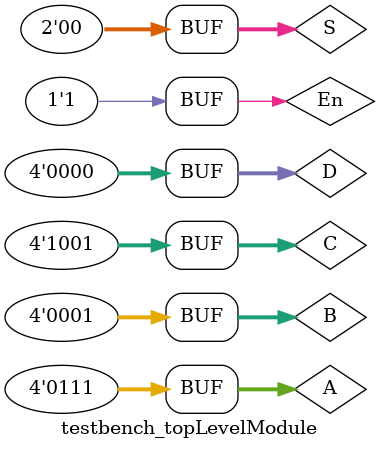
<source format=v>
`timescale 1ns / 1ps

module testbench_topLevelModule();
reg[1:0] S;
reg[3:0] A; reg[3:0] B; reg[3:0] C; reg[3:0] D; wire[6:0] Y;
reg En; wire EnA, EnB, EnC, EnD;

topLevelModule test(S, A, B, C, D, Y, En, EnA, EnB, EnC, EnD);

initial begin
#100 S = 2'b00; A  = 4'b0111; B = 4'b0001; C = 4'b1001; D = 4'b0000; En = 1'b0;
#100 S = 2'b01; A  = 4'b0111; B = 4'b0001; C = 4'b1001; D = 4'b0000; En = 1'b0;
#100 S = 2'b10; A  = 4'b0111; B = 4'b0001; C = 4'b1001; D = 4'b0000; En = 1'b0;
#100 S = 2'b11; A  = 4'b0111; B = 4'b0001; C = 4'b1001; D = 4'b0000; En = 1'b0;
#100 S = 2'b00; A  = 4'b0111; B = 4'b0001; C = 4'b1001; D = 4'b0000; En = 1'b1;

end
endmodule
</source>
